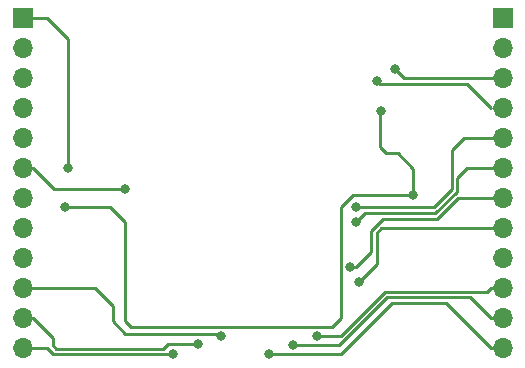
<source format=gtl>
%TF.GenerationSoftware,KiCad,Pcbnew,5.1.8*%
%TF.CreationDate,2020-12-08T00:01:30+01:00*%
%TF.ProjectId,ESP8266_base_vreg,45535038-3236-4365-9f62-6173655f7672,rev?*%
%TF.SameCoordinates,Original*%
%TF.FileFunction,Copper,L1,Top*%
%TF.FilePolarity,Positive*%
%FSLAX46Y46*%
G04 Gerber Fmt 4.6, Leading zero omitted, Abs format (unit mm)*
G04 Created by KiCad (PCBNEW 5.1.8) date 2020-12-08 00:01:30*
%MOMM*%
%LPD*%
G01*
G04 APERTURE LIST*
%TA.AperFunction,ComponentPad*%
%ADD10O,1.700000X1.700000*%
%TD*%
%TA.AperFunction,ComponentPad*%
%ADD11R,1.700000X1.700000*%
%TD*%
%TA.AperFunction,ViaPad*%
%ADD12C,0.800000*%
%TD*%
%TA.AperFunction,Conductor*%
%ADD13C,0.250000*%
%TD*%
G04 APERTURE END LIST*
D10*
%TO.P,J2,12*%
%TO.N,Net-(ESP1-Pad14)*%
X117602000Y-96520000D03*
%TO.P,J2,11*%
%TO.N,Net-(ESP1-Pad13)*%
X117602000Y-93980000D03*
%TO.P,J2,10*%
%TO.N,Net-(ESP1-Pad12)*%
X117602000Y-91440000D03*
%TO.P,J2,9*%
%TO.N,Net-(ESP1-Pad16)*%
X117602000Y-88900000D03*
%TO.P,J2,8*%
%TO.N,Net-(ESP1-Pad17)*%
X117602000Y-86360000D03*
%TO.P,J2,7*%
%TO.N,Net-(ESP1-Pad18)*%
X117602000Y-83820000D03*
%TO.P,J2,6*%
%TO.N,Net-(ESP1-Pad19)*%
X117602000Y-81280000D03*
%TO.P,J2,5*%
%TO.N,Net-(ESP1-Pad20)*%
X117602000Y-78740000D03*
%TO.P,J2,4*%
%TO.N,Net-(ESP1-Pad21)*%
X117602000Y-76200000D03*
%TO.P,J2,3*%
%TO.N,Net-(ESP1-Pad22)*%
X117602000Y-73660000D03*
%TO.P,J2,2*%
%TO.N,GND*%
X117602000Y-71120000D03*
D11*
%TO.P,J2,1*%
%TO.N,Net-(J2-Pad1)*%
X117602000Y-68580000D03*
%TD*%
D10*
%TO.P,J1,12*%
%TO.N,Net-(ESP1-Pad11)*%
X158242000Y-96520000D03*
%TO.P,J1,11*%
%TO.N,Net-(ESP1-Pad10)*%
X158242000Y-93980000D03*
%TO.P,J1,10*%
%TO.N,Net-(ESP1-Pad9)*%
X158242000Y-91440000D03*
%TO.P,J1,9*%
%TO.N,Net-(C1-Pad1)*%
X158242000Y-88900000D03*
%TO.P,J1,8*%
%TO.N,Net-(ESP1-Pad7)*%
X158242000Y-86360000D03*
%TO.P,J1,7*%
%TO.N,Net-(ESP1-Pad6)*%
X158242000Y-83820000D03*
%TO.P,J1,6*%
%TO.N,Net-(ESP1-Pad5)*%
X158242000Y-81280000D03*
%TO.P,J1,5*%
%TO.N,Net-(ESP1-Pad4)*%
X158242000Y-78740000D03*
%TO.P,J1,4*%
%TO.N,Net-(ESP1-Pad2)*%
X158242000Y-76200000D03*
%TO.P,J1,3*%
%TO.N,Net-(ESP1-Pad1)*%
X158242000Y-73660000D03*
%TO.P,J1,2*%
%TO.N,GND*%
X158242000Y-71120000D03*
D11*
%TO.P,J1,1*%
%TO.N,VCC*%
X158242000Y-68580000D03*
%TD*%
D12*
%TO.N,Net-(C1-Pad1)*%
X147955000Y-76454000D03*
X150686000Y-83502000D03*
X121158000Y-84582000D03*
%TO.N,Net-(ESP1-Pad19)*%
X126238000Y-83058000D03*
%TO.N,Net-(ESP1-Pad14)*%
X130302000Y-97028000D03*
%TO.N,Net-(ESP1-Pad13)*%
X132461000Y-96139000D03*
%TO.N,Net-(ESP1-Pad12)*%
X134366000Y-95504000D03*
%TO.N,Net-(ESP1-Pad11)*%
X138430000Y-97028000D03*
%TO.N,Net-(ESP1-Pad10)*%
X140462000Y-96266000D03*
%TO.N,Net-(ESP1-Pad9)*%
X142494000Y-95504000D03*
%TO.N,Net-(ESP1-Pad7)*%
X146050000Y-90932000D03*
%TO.N,Net-(ESP1-Pad6)*%
X145288000Y-89662000D03*
%TO.N,Net-(ESP1-Pad5)*%
X145796000Y-85852000D03*
%TO.N,Net-(ESP1-Pad4)*%
X145796000Y-84582000D03*
%TO.N,Net-(ESP1-Pad2)*%
X147574000Y-73914000D03*
%TO.N,Net-(ESP1-Pad1)*%
X149098000Y-72898000D03*
%TO.N,Net-(J2-Pad1)*%
X121412000Y-81280000D03*
%TD*%
D13*
%TO.N,Net-(C1-Pad1)*%
X150686000Y-83502000D02*
X150686000Y-81344000D01*
X150686000Y-81344000D02*
X149352000Y-80010000D01*
X149352000Y-80010000D02*
X148336000Y-80010000D01*
X148336000Y-80010000D02*
X147828000Y-79502000D01*
X126238000Y-85852000D02*
X124968000Y-84582000D01*
X143764000Y-94742000D02*
X126746000Y-94742000D01*
X144526000Y-93980000D02*
X143764000Y-94742000D01*
X124968000Y-84582000D02*
X121158000Y-84582000D01*
X126746000Y-94742000D02*
X126238000Y-94234000D01*
X144526000Y-84582000D02*
X144526000Y-93980000D01*
X126238000Y-94234000D02*
X126238000Y-85852000D01*
X145606000Y-83502000D02*
X144526000Y-84582000D01*
X150686000Y-83502000D02*
X145606000Y-83502000D01*
X147828000Y-76581000D02*
X147955000Y-76454000D01*
X147828000Y-77089000D02*
X147828000Y-76581000D01*
X147828000Y-79502000D02*
X147828000Y-77089000D01*
X147828000Y-77089000D02*
X147828000Y-76454000D01*
%TO.N,Net-(ESP1-Pad19)*%
X120278000Y-83058000D02*
X118500000Y-81280000D01*
X126238000Y-83058000D02*
X120278000Y-83058000D01*
X118500000Y-81280000D02*
X117602000Y-81280000D01*
%TO.N,Net-(ESP1-Pad14)*%
X118500000Y-96520000D02*
X119634000Y-96520000D01*
X120142000Y-97028000D02*
X130302000Y-97028000D01*
X119634000Y-96520000D02*
X120142000Y-97028000D01*
X118500000Y-96520000D02*
X117602000Y-96520000D01*
%TO.N,Net-(ESP1-Pad13)*%
X132461000Y-96139000D02*
X129921000Y-96139000D01*
X129921000Y-96139000D02*
X129482010Y-96577990D01*
X129482010Y-96577990D02*
X120453990Y-96577990D01*
X120142000Y-95622000D02*
X118500000Y-93980000D01*
X120142000Y-96266000D02*
X120142000Y-95622000D01*
X120453990Y-96577990D02*
X120142000Y-96266000D01*
X118500000Y-93980000D02*
X117602000Y-93980000D01*
%TO.N,Net-(ESP1-Pad12)*%
X134166001Y-95304001D02*
X134366000Y-95504000D01*
X126292001Y-95304001D02*
X134166001Y-95304001D01*
X125222000Y-94234000D02*
X126292001Y-95304001D01*
X123698000Y-91440000D02*
X125222000Y-92964000D01*
X125222000Y-92964000D02*
X125222000Y-94234000D01*
X118500000Y-91440000D02*
X123698000Y-91440000D01*
X118500000Y-91440000D02*
X117602000Y-91440000D01*
%TO.N,Net-(ESP1-Pad11)*%
X144526000Y-97028000D02*
X138430000Y-97028000D01*
X148844000Y-92710000D02*
X144526000Y-97028000D01*
X153416000Y-92710000D02*
X148844000Y-92710000D01*
X157226000Y-96520000D02*
X153416000Y-92710000D01*
X157226000Y-96520000D02*
X158242000Y-96520000D01*
%TO.N,Net-(ESP1-Pad10)*%
X144400410Y-96266000D02*
X148464410Y-92202000D01*
X140462000Y-96266000D02*
X144400410Y-96266000D01*
X155448000Y-92202000D02*
X157226000Y-93980000D01*
X148464410Y-92202000D02*
X155448000Y-92202000D01*
X157226000Y-93980000D02*
X158242000Y-93980000D01*
%TO.N,Net-(ESP1-Pad9)*%
X156914009Y-91751991D02*
X157226000Y-91440000D01*
X148278009Y-91751991D02*
X156914009Y-91751991D01*
X144526000Y-95504000D02*
X148278009Y-91751991D01*
X142494000Y-95504000D02*
X144526000Y-95504000D01*
X157226000Y-91440000D02*
X158242000Y-91440000D01*
%TO.N,Net-(ESP1-Pad7)*%
X147956410Y-86360000D02*
X157226000Y-86360000D01*
X147574000Y-86742410D02*
X147956410Y-86360000D01*
X147574000Y-89408000D02*
X147574000Y-86742410D01*
X146050000Y-90932000D02*
X147574000Y-89408000D01*
X157226000Y-86360000D02*
X158242000Y-86360000D01*
%TO.N,Net-(ESP1-Pad6)*%
X154434820Y-83820000D02*
X157226000Y-83820000D01*
X152656820Y-85598000D02*
X154434820Y-83820000D01*
X147066000Y-86614000D02*
X148082000Y-85598000D01*
X148082000Y-85598000D02*
X152656820Y-85598000D01*
X147066000Y-88392000D02*
X147066000Y-86614000D01*
X145796000Y-89662000D02*
X147066000Y-88392000D01*
X157226000Y-83820000D02*
X158242000Y-83820000D01*
X145288000Y-89662000D02*
X145796000Y-89662000D01*
%TO.N,Net-(ESP1-Pad5)*%
X145796000Y-85852000D02*
X146558000Y-85090000D01*
X152528410Y-85090000D02*
X154374009Y-83244401D01*
X146558000Y-85090000D02*
X152528410Y-85090000D01*
X154374009Y-83244401D02*
X154374009Y-82099991D01*
X155194000Y-81280000D02*
X157226000Y-81280000D01*
X154374009Y-82099991D02*
X155194000Y-81280000D01*
X157226000Y-81280000D02*
X158242000Y-81280000D01*
%TO.N,Net-(ESP1-Pad4)*%
X145796000Y-84582000D02*
X152400000Y-84582000D01*
X152400000Y-84582000D02*
X153924000Y-83058000D01*
X153924000Y-83058000D02*
X153924000Y-79756000D01*
X153924000Y-79756000D02*
X154940000Y-78740000D01*
X156972000Y-78740000D02*
X158242000Y-78740000D01*
X154940000Y-78740000D02*
X156972000Y-78740000D01*
X156972000Y-78740000D02*
X157226000Y-78740000D01*
%TO.N,Net-(ESP1-Pad2)*%
X147574000Y-73914000D02*
X147828000Y-74168000D01*
X155194000Y-74168000D02*
X157226000Y-76200000D01*
X147828000Y-74168000D02*
X155194000Y-74168000D01*
%TO.N,Net-(ESP1-Pad1)*%
X157226000Y-73660000D02*
X158242000Y-73660000D01*
X149098000Y-72898000D02*
X149860000Y-73660000D01*
X149860000Y-73660000D02*
X157226000Y-73660000D01*
%TO.N,Net-(J2-Pad1)*%
X121412000Y-81280000D02*
X121412000Y-70358000D01*
X119634000Y-68580000D02*
X118500000Y-68580000D01*
X121412000Y-70358000D02*
X119634000Y-68580000D01*
X118500000Y-68580000D02*
X117602000Y-68580000D01*
%TD*%
M02*

</source>
